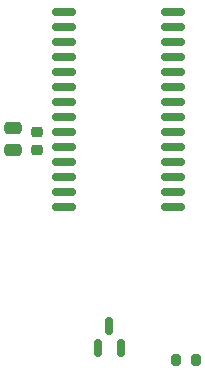
<source format=gbr>
%TF.GenerationSoftware,KiCad,Pcbnew,8.0.1*%
%TF.CreationDate,2024-04-22T14:35:34+03:00*%
%TF.ProjectId,Zar Electronic,5a617220-456c-4656-9374-726f6e69632e,rev?*%
%TF.SameCoordinates,Original*%
%TF.FileFunction,Paste,Bot*%
%TF.FilePolarity,Positive*%
%FSLAX46Y46*%
G04 Gerber Fmt 4.6, Leading zero omitted, Abs format (unit mm)*
G04 Created by KiCad (PCBNEW 8.0.1) date 2024-04-22 14:35:34*
%MOMM*%
%LPD*%
G01*
G04 APERTURE LIST*
G04 Aperture macros list*
%AMRoundRect*
0 Rectangle with rounded corners*
0 $1 Rounding radius*
0 $2 $3 $4 $5 $6 $7 $8 $9 X,Y pos of 4 corners*
0 Add a 4 corners polygon primitive as box body*
4,1,4,$2,$3,$4,$5,$6,$7,$8,$9,$2,$3,0*
0 Add four circle primitives for the rounded corners*
1,1,$1+$1,$2,$3*
1,1,$1+$1,$4,$5*
1,1,$1+$1,$6,$7*
1,1,$1+$1,$8,$9*
0 Add four rect primitives between the rounded corners*
20,1,$1+$1,$2,$3,$4,$5,0*
20,1,$1+$1,$4,$5,$6,$7,0*
20,1,$1+$1,$6,$7,$8,$9,0*
20,1,$1+$1,$8,$9,$2,$3,0*%
G04 Aperture macros list end*
%ADD10RoundRect,0.225000X-0.250000X0.225000X-0.250000X-0.225000X0.250000X-0.225000X0.250000X0.225000X0*%
%ADD11RoundRect,0.250000X-0.475000X0.250000X-0.475000X-0.250000X0.475000X-0.250000X0.475000X0.250000X0*%
%ADD12RoundRect,0.150000X0.150000X-0.587500X0.150000X0.587500X-0.150000X0.587500X-0.150000X-0.587500X0*%
%ADD13RoundRect,0.200000X0.200000X0.275000X-0.200000X0.275000X-0.200000X-0.275000X0.200000X-0.275000X0*%
%ADD14RoundRect,0.150000X0.875000X0.150000X-0.875000X0.150000X-0.875000X-0.150000X0.875000X-0.150000X0*%
G04 APERTURE END LIST*
D10*
%TO.C,C1*%
X121412000Y-73634000D03*
X121412000Y-75184000D03*
%TD*%
D11*
%TO.C,C2*%
X119380000Y-73284000D03*
X119380000Y-75184000D03*
%TD*%
D12*
%TO.C,Q3*%
X128450000Y-91937500D03*
X126550000Y-91937500D03*
X127500000Y-90062500D03*
%TD*%
D13*
%TO.C,R11*%
X134825000Y-93000000D03*
X133175000Y-93000000D03*
%TD*%
D14*
%TO.C,U1*%
X132920000Y-63500000D03*
X132920000Y-64770000D03*
X132920000Y-66040000D03*
X132920000Y-67310000D03*
X132920000Y-68580000D03*
X132920000Y-69850000D03*
X132920000Y-71120000D03*
X132920000Y-72390000D03*
X132920000Y-73660000D03*
X132920000Y-74930000D03*
X132920000Y-76200000D03*
X132920000Y-77470000D03*
X132920000Y-78740000D03*
X132920000Y-80010000D03*
X123620000Y-80010000D03*
X123620000Y-78740000D03*
X123620000Y-77470000D03*
X123620000Y-76200000D03*
X123620000Y-74930000D03*
X123620000Y-73660000D03*
X123620000Y-72390000D03*
X123620000Y-71120000D03*
X123620000Y-69850000D03*
X123620000Y-68580000D03*
X123620000Y-67310000D03*
X123620000Y-66040000D03*
X123620000Y-64770000D03*
X123620000Y-63500000D03*
%TD*%
M02*

</source>
